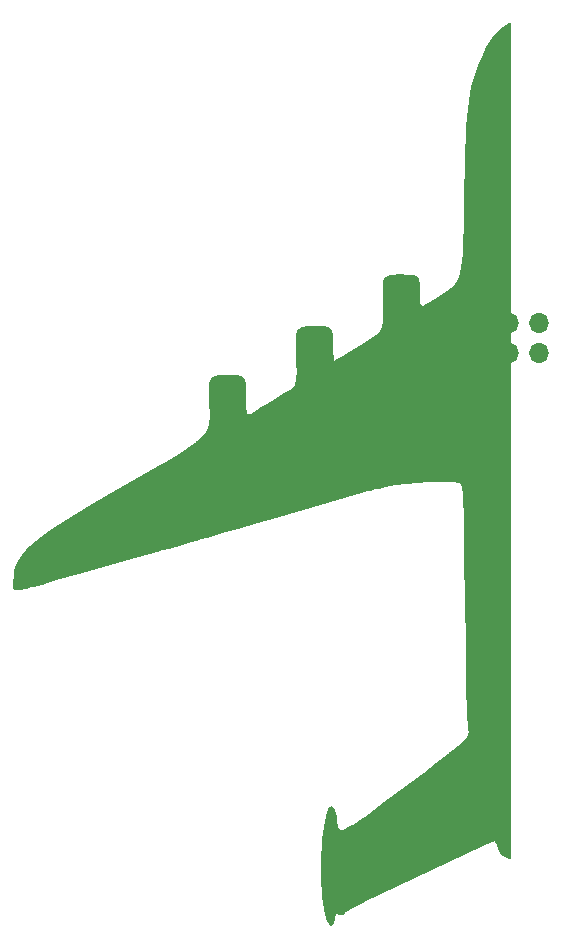
<source format=gbr>
G04 #@! TF.GenerationSoftware,KiCad,Pcbnew,(6.99.0-2452-gdb4f2d9dd8)*
G04 #@! TF.CreationDate,2022-07-29T13:50:10-05:00*
G04 #@! TF.ProjectId,an225,616e3232-352e-46b6-9963-61645f706362,rev?*
G04 #@! TF.SameCoordinates,Original*
G04 #@! TF.FileFunction,Soldermask,Bot*
G04 #@! TF.FilePolarity,Negative*
%FSLAX46Y46*%
G04 Gerber Fmt 4.6, Leading zero omitted, Abs format (unit mm)*
G04 Created by KiCad (PCBNEW (6.99.0-2452-gdb4f2d9dd8)) date 2022-07-29 13:50:10*
%MOMM*%
%LPD*%
G01*
G04 APERTURE LIST*
%ADD10C,0.150000*%
%ADD11R,1.700000X1.700000*%
%ADD12O,1.700000X1.700000*%
G04 APERTURE END LIST*
D10*
G36*
X120000000Y-116531908D02*
G01*
X119969249Y-116525393D01*
X119886654Y-116502903D01*
X119830443Y-116484287D01*
X119766703Y-116460020D01*
X119697245Y-116429551D01*
X119623881Y-116392327D01*
X119548421Y-116347795D01*
X119472677Y-116295404D01*
X119435264Y-116266089D01*
X119398458Y-116234601D01*
X119362487Y-116200873D01*
X119327577Y-116164835D01*
X119293953Y-116126418D01*
X119261843Y-116085552D01*
X119231472Y-116042170D01*
X119203068Y-115996201D01*
X119176855Y-115947577D01*
X119153062Y-115896229D01*
X119131913Y-115842088D01*
X119113637Y-115785085D01*
X119090998Y-115709006D01*
X119067384Y-115635061D01*
X119042987Y-115563632D01*
X119017996Y-115495103D01*
X118992603Y-115429855D01*
X118966999Y-115368272D01*
X118941374Y-115310737D01*
X118915920Y-115257633D01*
X118890827Y-115209343D01*
X118866287Y-115166249D01*
X118842490Y-115128734D01*
X118830929Y-115112189D01*
X118819626Y-115097182D01*
X118808605Y-115083761D01*
X118797888Y-115071975D01*
X118787501Y-115061870D01*
X118777466Y-115053495D01*
X118767808Y-115046898D01*
X118758551Y-115042127D01*
X118749718Y-115039229D01*
X118741333Y-115038252D01*
X118097223Y-115289147D01*
X116623412Y-115953007D01*
X112301426Y-117986685D01*
X108004852Y-120073407D01*
X106562806Y-120803571D01*
X105963167Y-121147292D01*
X105947218Y-121166582D01*
X105931367Y-121184768D01*
X105915609Y-121201851D01*
X105899940Y-121217830D01*
X105884355Y-121232707D01*
X105868849Y-121246482D01*
X105853418Y-121259156D01*
X105838055Y-121270730D01*
X105822757Y-121281204D01*
X105807520Y-121290579D01*
X105792337Y-121298857D01*
X105777204Y-121306037D01*
X105762117Y-121312120D01*
X105747071Y-121317107D01*
X105732060Y-121321000D01*
X105717081Y-121323797D01*
X105702128Y-121325501D01*
X105687196Y-121326112D01*
X105672281Y-121325631D01*
X105657379Y-121324058D01*
X105642483Y-121321394D01*
X105627589Y-121317639D01*
X105612694Y-121312796D01*
X105597790Y-121306863D01*
X105582875Y-121299843D01*
X105567944Y-121291735D01*
X105552990Y-121282541D01*
X105538010Y-121272261D01*
X105522999Y-121260896D01*
X105507952Y-121248446D01*
X105492864Y-121234912D01*
X105477731Y-121220296D01*
X105447853Y-121193822D01*
X105433236Y-121183475D01*
X105418828Y-121175060D01*
X105404626Y-121168584D01*
X105390626Y-121164052D01*
X105376824Y-121161467D01*
X105363215Y-121160837D01*
X105349797Y-121162166D01*
X105336565Y-121165458D01*
X105323516Y-121170721D01*
X105310644Y-121177957D01*
X105297948Y-121187173D01*
X105285422Y-121198375D01*
X105273063Y-121211566D01*
X105260867Y-121226753D01*
X105236949Y-121263132D01*
X105213636Y-121307555D01*
X105190897Y-121360063D01*
X105168701Y-121420697D01*
X105147018Y-121489498D01*
X105125816Y-121566509D01*
X105105064Y-121651770D01*
X105084732Y-121745323D01*
X105008024Y-122024429D01*
X104966647Y-122112772D01*
X104923600Y-122168852D01*
X104879143Y-122194077D01*
X104833534Y-122189855D01*
X104787032Y-122157592D01*
X104739897Y-122098698D01*
X104644765Y-121906644D01*
X104550210Y-121624954D01*
X104458305Y-121264891D01*
X104371123Y-120837715D01*
X104290739Y-120354690D01*
X104219225Y-119827077D01*
X104158654Y-119266137D01*
X104111100Y-118683132D01*
X104078635Y-118089325D01*
X104063334Y-117495977D01*
X104067270Y-116914350D01*
X104092515Y-116355705D01*
X104145498Y-115656170D01*
X104205753Y-115015879D01*
X104272400Y-114436929D01*
X104344554Y-113921413D01*
X104421332Y-113471428D01*
X104501853Y-113089068D01*
X104543241Y-112923902D01*
X104585234Y-112776429D01*
X104627720Y-112646909D01*
X104670590Y-112535605D01*
X104713734Y-112442778D01*
X104757041Y-112368691D01*
X104800400Y-112313606D01*
X104843702Y-112277784D01*
X104886835Y-112261487D01*
X104908305Y-112260742D01*
X104929691Y-112264977D01*
X104972158Y-112288516D01*
X105014125Y-112332366D01*
X105055483Y-112396789D01*
X105096122Y-112482046D01*
X105135930Y-112588400D01*
X105174798Y-112716113D01*
X105212615Y-112865445D01*
X105249271Y-113036660D01*
X105284656Y-113230019D01*
X105318658Y-113445784D01*
X105397052Y-113897993D01*
X105450293Y-114064808D01*
X105484138Y-114131599D01*
X105524217Y-114186628D01*
X105571589Y-114229384D01*
X105627317Y-114259353D01*
X105692462Y-114276023D01*
X105768085Y-114278882D01*
X105855248Y-114267416D01*
X105955012Y-114241113D01*
X106196590Y-114141945D01*
X106501311Y-113977277D01*
X106877666Y-113743009D01*
X107334147Y-113435039D01*
X107879246Y-113049266D01*
X109269264Y-112027908D01*
X111115654Y-110646124D01*
X112961353Y-109259792D01*
X113707522Y-108695305D01*
X114346537Y-108206587D01*
X114628353Y-107988294D01*
X114886371Y-107786125D01*
X115121587Y-107599142D01*
X115334998Y-107426406D01*
X115527600Y-107266977D01*
X115700391Y-107119916D01*
X115854367Y-106984284D01*
X115990525Y-106859142D01*
X116109861Y-106743551D01*
X116213373Y-106636572D01*
X116302057Y-106537265D01*
X116376909Y-106444692D01*
X116438927Y-106357913D01*
X116489107Y-106275989D01*
X116510070Y-106236554D01*
X116528446Y-106197981D01*
X116544362Y-106160152D01*
X116557941Y-106122950D01*
X116569308Y-106086257D01*
X116578588Y-106049957D01*
X116591384Y-105978062D01*
X116597326Y-105906326D01*
X116597411Y-105833811D01*
X116592635Y-105759577D01*
X116583995Y-105682685D01*
X116559109Y-105517171D01*
X116491758Y-104370121D01*
X116418613Y-101937757D01*
X116348497Y-98576850D01*
X116290233Y-94644171D01*
X116249619Y-91363680D01*
X116231049Y-90036440D01*
X116212319Y-88898459D01*
X116202585Y-88395891D01*
X116192439Y-87935178D01*
X116181759Y-87514501D01*
X116170420Y-87132040D01*
X116158299Y-86785975D01*
X116145273Y-86474486D01*
X116131217Y-86195754D01*
X116116008Y-85947958D01*
X116099523Y-85729278D01*
X116081637Y-85537896D01*
X116062228Y-85371991D01*
X116051913Y-85298024D01*
X116041171Y-85229744D01*
X116029986Y-85166923D01*
X116018343Y-85109333D01*
X116006226Y-85056749D01*
X115993620Y-85008941D01*
X115980509Y-84965683D01*
X115966878Y-84926747D01*
X115952712Y-84891905D01*
X115937994Y-84860931D01*
X115922711Y-84833596D01*
X115906845Y-84809673D01*
X115890382Y-84788935D01*
X115873306Y-84771154D01*
X115855602Y-84756103D01*
X115837254Y-84743554D01*
X115818247Y-84733280D01*
X115798566Y-84725053D01*
X115778194Y-84718645D01*
X115757117Y-84713830D01*
X115735319Y-84710380D01*
X115712784Y-84708068D01*
X115665443Y-84705945D01*
X115614972Y-84705641D01*
X115306340Y-84679224D01*
X114948657Y-84661261D01*
X114115650Y-84650000D01*
X113174979Y-84670460D01*
X112185672Y-84721240D01*
X111206757Y-84800940D01*
X110297262Y-84908161D01*
X109886992Y-84971655D01*
X109516214Y-85041504D01*
X109192304Y-85117534D01*
X108922641Y-85199568D01*
X108774484Y-85235808D01*
X108632798Y-85273271D01*
X108373525Y-85346054D01*
X108258285Y-85378470D01*
X108154206Y-85406299D01*
X108062462Y-85428088D01*
X108021582Y-85436264D01*
X107984225Y-85442385D01*
X100189320Y-87691995D01*
X98924789Y-88062718D01*
X97824071Y-88381436D01*
X97005371Y-88614191D01*
X96586894Y-88727022D01*
X96316684Y-88796897D01*
X95901673Y-88912705D01*
X95398414Y-89058343D01*
X94863455Y-89217713D01*
X94342269Y-89373256D01*
X93876516Y-89508483D01*
X93517017Y-89608884D01*
X93392994Y-89641488D01*
X93314593Y-89659944D01*
X93107461Y-89712376D01*
X92735139Y-89816505D01*
X92250408Y-89957249D01*
X91706048Y-90119530D01*
X91162527Y-90281690D01*
X90680078Y-90422100D01*
X90311133Y-90525732D01*
X90185609Y-90559060D01*
X90108124Y-90577559D01*
X88249081Y-91093508D01*
X84128622Y-92262798D01*
X81947920Y-92886558D01*
X81085494Y-93132492D01*
X80359528Y-93336855D01*
X79758404Y-93501446D01*
X79501027Y-93569387D01*
X79270503Y-93628059D01*
X79065382Y-93677685D01*
X78884209Y-93718490D01*
X78725533Y-93750700D01*
X78587902Y-93774537D01*
X78469864Y-93790227D01*
X78369966Y-93797995D01*
X78286755Y-93798064D01*
X78250954Y-93795282D01*
X78218781Y-93790660D01*
X78190053Y-93784226D01*
X78164590Y-93776007D01*
X78142209Y-93766032D01*
X78122730Y-93754329D01*
X78105971Y-93740926D01*
X78091750Y-93725851D01*
X78079885Y-93709132D01*
X78070196Y-93690797D01*
X78062500Y-93670875D01*
X78056616Y-93649393D01*
X78049559Y-93601861D01*
X78047572Y-93548428D01*
X78049203Y-93489318D01*
X78057509Y-93354962D01*
X78061280Y-93280166D01*
X78062860Y-93200591D01*
X78077568Y-92759852D01*
X78127701Y-92345731D01*
X78222274Y-91950477D01*
X78370300Y-91566339D01*
X78580795Y-91185565D01*
X78862772Y-90800404D01*
X79225246Y-90403106D01*
X79677230Y-89985918D01*
X80227741Y-89541091D01*
X80885790Y-89060873D01*
X81660394Y-88537512D01*
X82560566Y-87963258D01*
X84773671Y-86631065D01*
X87597221Y-85002286D01*
X89957475Y-83651292D01*
X90912019Y-83094730D01*
X91729948Y-82604434D01*
X92421591Y-82170636D01*
X92723283Y-81971872D01*
X92997278Y-81783569D01*
X93244867Y-81604507D01*
X93467341Y-81433466D01*
X93665991Y-81269222D01*
X93842109Y-81110557D01*
X93996985Y-80956249D01*
X94131912Y-80805076D01*
X94248179Y-80655819D01*
X94347080Y-80507256D01*
X94429904Y-80358165D01*
X94497943Y-80207327D01*
X94552489Y-80053520D01*
X94594832Y-79895523D01*
X94626264Y-79732115D01*
X94648076Y-79562076D01*
X94661560Y-79384184D01*
X94668007Y-79197218D01*
X94664953Y-78791181D01*
X94649244Y-78334198D01*
X94619489Y-77479143D01*
X94613310Y-77133199D01*
X94615710Y-76836586D01*
X94620779Y-76705593D01*
X94628774Y-76585509D01*
X94639957Y-76475860D01*
X94654588Y-76376172D01*
X94672927Y-76285970D01*
X94695236Y-76204781D01*
X94721775Y-76132130D01*
X94752804Y-76067542D01*
X94788584Y-76010544D01*
X94829376Y-75960660D01*
X94875440Y-75917417D01*
X94927038Y-75880341D01*
X94984429Y-75848956D01*
X95047874Y-75822789D01*
X95117635Y-75801365D01*
X95193971Y-75784210D01*
X95277143Y-75770850D01*
X95367412Y-75760810D01*
X95570283Y-75748794D01*
X95804670Y-75744367D01*
X96072656Y-75743734D01*
X96575222Y-75747100D01*
X96778554Y-75755095D01*
X96952891Y-75770663D01*
X97029883Y-75782076D01*
X97100464Y-75796329D01*
X97164911Y-75813739D01*
X97223503Y-75834619D01*
X97276520Y-75859286D01*
X97324239Y-75888056D01*
X97366941Y-75921243D01*
X97404903Y-75959165D01*
X97438404Y-76002135D01*
X97467724Y-76050470D01*
X97493140Y-76104486D01*
X97514932Y-76164497D01*
X97533379Y-76230819D01*
X97548759Y-76303769D01*
X97561351Y-76383661D01*
X97571434Y-76470812D01*
X97585187Y-76668150D01*
X97592250Y-76898307D01*
X97595224Y-77467178D01*
X97596806Y-78106491D01*
X97601991Y-78361051D01*
X97612957Y-78574337D01*
X97621277Y-78666001D01*
X97631844Y-78747943D01*
X97644925Y-78820365D01*
X97660789Y-78883463D01*
X97679701Y-78937439D01*
X97701931Y-78982491D01*
X97727745Y-79018818D01*
X97757409Y-79046619D01*
X97791193Y-79066094D01*
X97829363Y-79077442D01*
X97872186Y-79080862D01*
X97919929Y-79076553D01*
X97972861Y-79064715D01*
X98031248Y-79045546D01*
X98095358Y-79019246D01*
X98165458Y-78986015D01*
X98324697Y-78899552D01*
X98511105Y-78787752D01*
X98973980Y-78494514D01*
X99457297Y-78189872D01*
X100008844Y-77848282D01*
X100560672Y-77511520D01*
X101044830Y-77221361D01*
X101386880Y-77014083D01*
X101524939Y-76920598D01*
X101642879Y-76827803D01*
X101742092Y-76731135D01*
X101823973Y-76626034D01*
X101858850Y-76568896D01*
X101889915Y-76507939D01*
X101941311Y-76372290D01*
X101979554Y-76214525D01*
X102006038Y-76030084D01*
X102022156Y-75814406D01*
X102029302Y-75562929D01*
X102028869Y-75271094D01*
X102022249Y-74934339D01*
X101996026Y-74107826D01*
X101970744Y-73282512D01*
X101966361Y-72948602D01*
X101970284Y-72662306D01*
X101976016Y-72535868D01*
X101984612Y-72419961D01*
X101996334Y-72314126D01*
X102011445Y-72217906D01*
X102030207Y-72130842D01*
X102052883Y-72052477D01*
X102079735Y-71982352D01*
X102111025Y-71920011D01*
X102147017Y-71864995D01*
X102187972Y-71816847D01*
X102234154Y-71775108D01*
X102285824Y-71739321D01*
X102343245Y-71709028D01*
X102406680Y-71683771D01*
X102476391Y-71663093D01*
X102552640Y-71646534D01*
X102635690Y-71633639D01*
X102725804Y-71623948D01*
X102928272Y-71612350D01*
X103162143Y-71608077D01*
X103429518Y-71607466D01*
X103930930Y-71610421D01*
X104133794Y-71617438D01*
X104307731Y-71631104D01*
X104384546Y-71641122D01*
X104454965Y-71653633D01*
X104519264Y-71668915D01*
X104577722Y-71687243D01*
X104630616Y-71708895D01*
X104678226Y-71734149D01*
X104720830Y-71763280D01*
X104758705Y-71796566D01*
X104792129Y-71834285D01*
X104821381Y-71876712D01*
X104846739Y-71924126D01*
X104868481Y-71976803D01*
X104886885Y-72035019D01*
X104902230Y-72099053D01*
X104914793Y-72169181D01*
X104924853Y-72245679D01*
X104938575Y-72418898D01*
X104945621Y-72620925D01*
X104948588Y-73120268D01*
X104949579Y-73273976D01*
X104952488Y-73422595D01*
X104957215Y-73565387D01*
X104963664Y-73701617D01*
X104971735Y-73830548D01*
X104981332Y-73951444D01*
X104992357Y-74063568D01*
X105004710Y-74166184D01*
X105018295Y-74258557D01*
X105033014Y-74339948D01*
X105048768Y-74409623D01*
X105065460Y-74466844D01*
X105074127Y-74490555D01*
X105082992Y-74510876D01*
X105092042Y-74527716D01*
X105101265Y-74540982D01*
X105110649Y-74550583D01*
X105120182Y-74556426D01*
X105129852Y-74558420D01*
X105139645Y-74556471D01*
X105219853Y-74515625D01*
X105375540Y-74428301D01*
X105876595Y-74135946D01*
X106569295Y-73722850D01*
X107380124Y-73232456D01*
X108056438Y-72816079D01*
X108329764Y-72638491D01*
X108563719Y-72474235D01*
X108761189Y-72318008D01*
X108847145Y-72241249D01*
X108925063Y-72164510D01*
X108995303Y-72087127D01*
X109058227Y-72008438D01*
X109114195Y-71927780D01*
X109163569Y-71844491D01*
X109206709Y-71757908D01*
X109243976Y-71667367D01*
X109275731Y-71572208D01*
X109302335Y-71471766D01*
X109324149Y-71365379D01*
X109341534Y-71252384D01*
X109364461Y-71003921D01*
X109374001Y-70721076D01*
X109373043Y-70398545D01*
X109351181Y-69613223D01*
X109328271Y-68830339D01*
X109324831Y-68513595D01*
X109329539Y-68242018D01*
X109335606Y-68122081D01*
X109344499Y-68012132D01*
X109356481Y-67911738D01*
X109371815Y-67820464D01*
X109390764Y-67737876D01*
X109413590Y-67663540D01*
X109440558Y-67597021D01*
X109471929Y-67537885D01*
X109507967Y-67485697D01*
X109548935Y-67440024D01*
X109595096Y-67400431D01*
X109646713Y-67366484D01*
X109704048Y-67337748D01*
X109767365Y-67313790D01*
X109836926Y-67294174D01*
X109912996Y-67278468D01*
X109995836Y-67266235D01*
X110085709Y-67257042D01*
X110287609Y-67246040D01*
X110520799Y-67241987D01*
X110787382Y-67241408D01*
X111287307Y-67244101D01*
X111489570Y-67250496D01*
X111662991Y-67262951D01*
X111739579Y-67272082D01*
X111809788Y-67283484D01*
X111873897Y-67297412D01*
X111932181Y-67314116D01*
X111984919Y-67333850D01*
X112032388Y-67356865D01*
X112074865Y-67383416D01*
X112112628Y-67413753D01*
X112145953Y-67448129D01*
X112175118Y-67486797D01*
X112200401Y-67530009D01*
X112222079Y-67578019D01*
X112240428Y-67631077D01*
X112255727Y-67689437D01*
X112268253Y-67753351D01*
X112278283Y-67823071D01*
X112291965Y-67980941D01*
X112298990Y-68165067D01*
X112301948Y-68620165D01*
X112302192Y-69158528D01*
X112307650Y-69370676D01*
X112321249Y-69545356D01*
X112332174Y-69618775D01*
X112346423Y-69682982D01*
X112364424Y-69738031D01*
X112386608Y-69783972D01*
X112413405Y-69820857D01*
X112445242Y-69848739D01*
X112482551Y-69867670D01*
X112525760Y-69877700D01*
X112575300Y-69878883D01*
X112631599Y-69871270D01*
X112695087Y-69854913D01*
X112766194Y-69829864D01*
X112932983Y-69753898D01*
X113135400Y-69643787D01*
X113376882Y-69499947D01*
X113660866Y-69322794D01*
X114370083Y-68870207D01*
X114939216Y-68492715D01*
X115169993Y-68311777D01*
X115368539Y-68119577D01*
X115537574Y-67903767D01*
X115679819Y-67651996D01*
X115797993Y-67351915D01*
X115894818Y-66991175D01*
X115973013Y-66557425D01*
X116035300Y-66038316D01*
X116084400Y-65421499D01*
X116123031Y-64694624D01*
X116179775Y-62861302D01*
X116227295Y-60439552D01*
X116285413Y-57755144D01*
X116319871Y-56617661D01*
X116360261Y-55600010D01*
X116408336Y-54689703D01*
X116465847Y-53874255D01*
X116534545Y-53141178D01*
X116616180Y-52477986D01*
X116712505Y-51872193D01*
X116825270Y-51311311D01*
X116956226Y-50782854D01*
X117107124Y-50274335D01*
X117279716Y-49773268D01*
X117475752Y-49267166D01*
X117696984Y-48743542D01*
X117945163Y-48189909D01*
X118013243Y-48047434D01*
X118084717Y-47909483D01*
X118159219Y-47776055D01*
X118236386Y-47647149D01*
X118315853Y-47522767D01*
X118397256Y-47402908D01*
X118480230Y-47287571D01*
X118564413Y-47176758D01*
X118649438Y-47070467D01*
X118734943Y-46968700D01*
X118820562Y-46871456D01*
X118905932Y-46778734D01*
X119074466Y-46606860D01*
X119237632Y-46453078D01*
X119392514Y-46317389D01*
X119536200Y-46199791D01*
X119665775Y-46100285D01*
X119778325Y-46018871D01*
X119940696Y-45910319D01*
X120000000Y-45874135D01*
X120000000Y-116531908D01*
G37*
X120000000Y-116531908D02*
X119969249Y-116525393D01*
X119886654Y-116502903D01*
X119830443Y-116484287D01*
X119766703Y-116460020D01*
X119697245Y-116429551D01*
X119623881Y-116392327D01*
X119548421Y-116347795D01*
X119472677Y-116295404D01*
X119435264Y-116266089D01*
X119398458Y-116234601D01*
X119362487Y-116200873D01*
X119327577Y-116164835D01*
X119293953Y-116126418D01*
X119261843Y-116085552D01*
X119231472Y-116042170D01*
X119203068Y-115996201D01*
X119176855Y-115947577D01*
X119153062Y-115896229D01*
X119131913Y-115842088D01*
X119113637Y-115785085D01*
X119090998Y-115709006D01*
X119067384Y-115635061D01*
X119042987Y-115563632D01*
X119017996Y-115495103D01*
X118992603Y-115429855D01*
X118966999Y-115368272D01*
X118941374Y-115310737D01*
X118915920Y-115257633D01*
X118890827Y-115209343D01*
X118866287Y-115166249D01*
X118842490Y-115128734D01*
X118830929Y-115112189D01*
X118819626Y-115097182D01*
X118808605Y-115083761D01*
X118797888Y-115071975D01*
X118787501Y-115061870D01*
X118777466Y-115053495D01*
X118767808Y-115046898D01*
X118758551Y-115042127D01*
X118749718Y-115039229D01*
X118741333Y-115038252D01*
X118097223Y-115289147D01*
X116623412Y-115953007D01*
X112301426Y-117986685D01*
X108004852Y-120073407D01*
X106562806Y-120803571D01*
X105963167Y-121147292D01*
X105947218Y-121166582D01*
X105931367Y-121184768D01*
X105915609Y-121201851D01*
X105899940Y-121217830D01*
X105884355Y-121232707D01*
X105868849Y-121246482D01*
X105853418Y-121259156D01*
X105838055Y-121270730D01*
X105822757Y-121281204D01*
X105807520Y-121290579D01*
X105792337Y-121298857D01*
X105777204Y-121306037D01*
X105762117Y-121312120D01*
X105747071Y-121317107D01*
X105732060Y-121321000D01*
X105717081Y-121323797D01*
X105702128Y-121325501D01*
X105687196Y-121326112D01*
X105672281Y-121325631D01*
X105657379Y-121324058D01*
X105642483Y-121321394D01*
X105627589Y-121317639D01*
X105612694Y-121312796D01*
X105597790Y-121306863D01*
X105582875Y-121299843D01*
X105567944Y-121291735D01*
X105552990Y-121282541D01*
X105538010Y-121272261D01*
X105522999Y-121260896D01*
X105507952Y-121248446D01*
X105492864Y-121234912D01*
X105477731Y-121220296D01*
X105447853Y-121193822D01*
X105433236Y-121183475D01*
X105418828Y-121175060D01*
X105404626Y-121168584D01*
X105390626Y-121164052D01*
X105376824Y-121161467D01*
X105363215Y-121160837D01*
X105349797Y-121162166D01*
X105336565Y-121165458D01*
X105323516Y-121170721D01*
X105310644Y-121177957D01*
X105297948Y-121187173D01*
X105285422Y-121198375D01*
X105273063Y-121211566D01*
X105260867Y-121226753D01*
X105236949Y-121263132D01*
X105213636Y-121307555D01*
X105190897Y-121360063D01*
X105168701Y-121420697D01*
X105147018Y-121489498D01*
X105125816Y-121566509D01*
X105105064Y-121651770D01*
X105084732Y-121745323D01*
X105008024Y-122024429D01*
X104966647Y-122112772D01*
X104923600Y-122168852D01*
X104879143Y-122194077D01*
X104833534Y-122189855D01*
X104787032Y-122157592D01*
X104739897Y-122098698D01*
X104644765Y-121906644D01*
X104550210Y-121624954D01*
X104458305Y-121264891D01*
X104371123Y-120837715D01*
X104290739Y-120354690D01*
X104219225Y-119827077D01*
X104158654Y-119266137D01*
X104111100Y-118683132D01*
X104078635Y-118089325D01*
X104063334Y-117495977D01*
X104067270Y-116914350D01*
X104092515Y-116355705D01*
X104145498Y-115656170D01*
X104205753Y-115015879D01*
X104272400Y-114436929D01*
X104344554Y-113921413D01*
X104421332Y-113471428D01*
X104501853Y-113089068D01*
X104543241Y-112923902D01*
X104585234Y-112776429D01*
X104627720Y-112646909D01*
X104670590Y-112535605D01*
X104713734Y-112442778D01*
X104757041Y-112368691D01*
X104800400Y-112313606D01*
X104843702Y-112277784D01*
X104886835Y-112261487D01*
X104908305Y-112260742D01*
X104929691Y-112264977D01*
X104972158Y-112288516D01*
X105014125Y-112332366D01*
X105055483Y-112396789D01*
X105096122Y-112482046D01*
X105135930Y-112588400D01*
X105174798Y-112716113D01*
X105212615Y-112865445D01*
X105249271Y-113036660D01*
X105284656Y-113230019D01*
X105318658Y-113445784D01*
X105397052Y-113897993D01*
X105450293Y-114064808D01*
X105484138Y-114131599D01*
X105524217Y-114186628D01*
X105571589Y-114229384D01*
X105627317Y-114259353D01*
X105692462Y-114276023D01*
X105768085Y-114278882D01*
X105855248Y-114267416D01*
X105955012Y-114241113D01*
X106196590Y-114141945D01*
X106501311Y-113977277D01*
X106877666Y-113743009D01*
X107334147Y-113435039D01*
X107879246Y-113049266D01*
X109269264Y-112027908D01*
X111115654Y-110646124D01*
X112961353Y-109259792D01*
X113707522Y-108695305D01*
X114346537Y-108206587D01*
X114628353Y-107988294D01*
X114886371Y-107786125D01*
X115121587Y-107599142D01*
X115334998Y-107426406D01*
X115527600Y-107266977D01*
X115700391Y-107119916D01*
X115854367Y-106984284D01*
X115990525Y-106859142D01*
X116109861Y-106743551D01*
X116213373Y-106636572D01*
X116302057Y-106537265D01*
X116376909Y-106444692D01*
X116438927Y-106357913D01*
X116489107Y-106275989D01*
X116510070Y-106236554D01*
X116528446Y-106197981D01*
X116544362Y-106160152D01*
X116557941Y-106122950D01*
X116569308Y-106086257D01*
X116578588Y-106049957D01*
X116591384Y-105978062D01*
X116597326Y-105906326D01*
X116597411Y-105833811D01*
X116592635Y-105759577D01*
X116583995Y-105682685D01*
X116559109Y-105517171D01*
X116491758Y-104370121D01*
X116418613Y-101937757D01*
X116348497Y-98576850D01*
X116290233Y-94644171D01*
X116249619Y-91363680D01*
X116231049Y-90036440D01*
X116212319Y-88898459D01*
X116202585Y-88395891D01*
X116192439Y-87935178D01*
X116181759Y-87514501D01*
X116170420Y-87132040D01*
X116158299Y-86785975D01*
X116145273Y-86474486D01*
X116131217Y-86195754D01*
X116116008Y-85947958D01*
X116099523Y-85729278D01*
X116081637Y-85537896D01*
X116062228Y-85371991D01*
X116051913Y-85298024D01*
X116041171Y-85229744D01*
X116029986Y-85166923D01*
X116018343Y-85109333D01*
X116006226Y-85056749D01*
X115993620Y-85008941D01*
X115980509Y-84965683D01*
X115966878Y-84926747D01*
X115952712Y-84891905D01*
X115937994Y-84860931D01*
X115922711Y-84833596D01*
X115906845Y-84809673D01*
X115890382Y-84788935D01*
X115873306Y-84771154D01*
X115855602Y-84756103D01*
X115837254Y-84743554D01*
X115818247Y-84733280D01*
X115798566Y-84725053D01*
X115778194Y-84718645D01*
X115757117Y-84713830D01*
X115735319Y-84710380D01*
X115712784Y-84708068D01*
X115665443Y-84705945D01*
X115614972Y-84705641D01*
X115306340Y-84679224D01*
X114948657Y-84661261D01*
X114115650Y-84650000D01*
X113174979Y-84670460D01*
X112185672Y-84721240D01*
X111206757Y-84800940D01*
X110297262Y-84908161D01*
X109886992Y-84971655D01*
X109516214Y-85041504D01*
X109192304Y-85117534D01*
X108922641Y-85199568D01*
X108774484Y-85235808D01*
X108632798Y-85273271D01*
X108373525Y-85346054D01*
X108258285Y-85378470D01*
X108154206Y-85406299D01*
X108062462Y-85428088D01*
X108021582Y-85436264D01*
X107984225Y-85442385D01*
X100189320Y-87691995D01*
X98924789Y-88062718D01*
X97824071Y-88381436D01*
X97005371Y-88614191D01*
X96586894Y-88727022D01*
X96316684Y-88796897D01*
X95901673Y-88912705D01*
X95398414Y-89058343D01*
X94863455Y-89217713D01*
X94342269Y-89373256D01*
X93876516Y-89508483D01*
X93517017Y-89608884D01*
X93392994Y-89641488D01*
X93314593Y-89659944D01*
X93107461Y-89712376D01*
X92735139Y-89816505D01*
X92250408Y-89957249D01*
X91706048Y-90119530D01*
X91162527Y-90281690D01*
X90680078Y-90422100D01*
X90311133Y-90525732D01*
X90185609Y-90559060D01*
X90108124Y-90577559D01*
X88249081Y-91093508D01*
X84128622Y-92262798D01*
X81947920Y-92886558D01*
X81085494Y-93132492D01*
X80359528Y-93336855D01*
X79758404Y-93501446D01*
X79501027Y-93569387D01*
X79270503Y-93628059D01*
X79065382Y-93677685D01*
X78884209Y-93718490D01*
X78725533Y-93750700D01*
X78587902Y-93774537D01*
X78469864Y-93790227D01*
X78369966Y-93797995D01*
X78286755Y-93798064D01*
X78250954Y-93795282D01*
X78218781Y-93790660D01*
X78190053Y-93784226D01*
X78164590Y-93776007D01*
X78142209Y-93766032D01*
X78122730Y-93754329D01*
X78105971Y-93740926D01*
X78091750Y-93725851D01*
X78079885Y-93709132D01*
X78070196Y-93690797D01*
X78062500Y-93670875D01*
X78056616Y-93649393D01*
X78049559Y-93601861D01*
X78047572Y-93548428D01*
X78049203Y-93489318D01*
X78057509Y-93354962D01*
X78061280Y-93280166D01*
X78062860Y-93200591D01*
X78077568Y-92759852D01*
X78127701Y-92345731D01*
X78222274Y-91950477D01*
X78370300Y-91566339D01*
X78580795Y-91185565D01*
X78862772Y-90800404D01*
X79225246Y-90403106D01*
X79677230Y-89985918D01*
X80227741Y-89541091D01*
X80885790Y-89060873D01*
X81660394Y-88537512D01*
X82560566Y-87963258D01*
X84773671Y-86631065D01*
X87597221Y-85002286D01*
X89957475Y-83651292D01*
X90912019Y-83094730D01*
X91729948Y-82604434D01*
X92421591Y-82170636D01*
X92723283Y-81971872D01*
X92997278Y-81783569D01*
X93244867Y-81604507D01*
X93467341Y-81433466D01*
X93665991Y-81269222D01*
X93842109Y-81110557D01*
X93996985Y-80956249D01*
X94131912Y-80805076D01*
X94248179Y-80655819D01*
X94347080Y-80507256D01*
X94429904Y-80358165D01*
X94497943Y-80207327D01*
X94552489Y-80053520D01*
X94594832Y-79895523D01*
X94626264Y-79732115D01*
X94648076Y-79562076D01*
X94661560Y-79384184D01*
X94668007Y-79197218D01*
X94664953Y-78791181D01*
X94649244Y-78334198D01*
X94619489Y-77479143D01*
X94613310Y-77133199D01*
X94615710Y-76836586D01*
X94620779Y-76705593D01*
X94628774Y-76585509D01*
X94639957Y-76475860D01*
X94654588Y-76376172D01*
X94672927Y-76285970D01*
X94695236Y-76204781D01*
X94721775Y-76132130D01*
X94752804Y-76067542D01*
X94788584Y-76010544D01*
X94829376Y-75960660D01*
X94875440Y-75917417D01*
X94927038Y-75880341D01*
X94984429Y-75848956D01*
X95047874Y-75822789D01*
X95117635Y-75801365D01*
X95193971Y-75784210D01*
X95277143Y-75770850D01*
X95367412Y-75760810D01*
X95570283Y-75748794D01*
X95804670Y-75744367D01*
X96072656Y-75743734D01*
X96575222Y-75747100D01*
X96778554Y-75755095D01*
X96952891Y-75770663D01*
X97029883Y-75782076D01*
X97100464Y-75796329D01*
X97164911Y-75813739D01*
X97223503Y-75834619D01*
X97276520Y-75859286D01*
X97324239Y-75888056D01*
X97366941Y-75921243D01*
X97404903Y-75959165D01*
X97438404Y-76002135D01*
X97467724Y-76050470D01*
X97493140Y-76104486D01*
X97514932Y-76164497D01*
X97533379Y-76230819D01*
X97548759Y-76303769D01*
X97561351Y-76383661D01*
X97571434Y-76470812D01*
X97585187Y-76668150D01*
X97592250Y-76898307D01*
X97595224Y-77467178D01*
X97596806Y-78106491D01*
X97601991Y-78361051D01*
X97612957Y-78574337D01*
X97621277Y-78666001D01*
X97631844Y-78747943D01*
X97644925Y-78820365D01*
X97660789Y-78883463D01*
X97679701Y-78937439D01*
X97701931Y-78982491D01*
X97727745Y-79018818D01*
X97757409Y-79046619D01*
X97791193Y-79066094D01*
X97829363Y-79077442D01*
X97872186Y-79080862D01*
X97919929Y-79076553D01*
X97972861Y-79064715D01*
X98031248Y-79045546D01*
X98095358Y-79019246D01*
X98165458Y-78986015D01*
X98324697Y-78899552D01*
X98511105Y-78787752D01*
X98973980Y-78494514D01*
X99457297Y-78189872D01*
X100008844Y-77848282D01*
X100560672Y-77511520D01*
X101044830Y-77221361D01*
X101386880Y-77014083D01*
X101524939Y-76920598D01*
X101642879Y-76827803D01*
X101742092Y-76731135D01*
X101823973Y-76626034D01*
X101858850Y-76568896D01*
X101889915Y-76507939D01*
X101941311Y-76372290D01*
X101979554Y-76214525D01*
X102006038Y-76030084D01*
X102022156Y-75814406D01*
X102029302Y-75562929D01*
X102028869Y-75271094D01*
X102022249Y-74934339D01*
X101996026Y-74107826D01*
X101970744Y-73282512D01*
X101966361Y-72948602D01*
X101970284Y-72662306D01*
X101976016Y-72535868D01*
X101984612Y-72419961D01*
X101996334Y-72314126D01*
X102011445Y-72217906D01*
X102030207Y-72130842D01*
X102052883Y-72052477D01*
X102079735Y-71982352D01*
X102111025Y-71920011D01*
X102147017Y-71864995D01*
X102187972Y-71816847D01*
X102234154Y-71775108D01*
X102285824Y-71739321D01*
X102343245Y-71709028D01*
X102406680Y-71683771D01*
X102476391Y-71663093D01*
X102552640Y-71646534D01*
X102635690Y-71633639D01*
X102725804Y-71623948D01*
X102928272Y-71612350D01*
X103162143Y-71608077D01*
X103429518Y-71607466D01*
X103930930Y-71610421D01*
X104133794Y-71617438D01*
X104307731Y-71631104D01*
X104384546Y-71641122D01*
X104454965Y-71653633D01*
X104519264Y-71668915D01*
X104577722Y-71687243D01*
X104630616Y-71708895D01*
X104678226Y-71734149D01*
X104720830Y-71763280D01*
X104758705Y-71796566D01*
X104792129Y-71834285D01*
X104821381Y-71876712D01*
X104846739Y-71924126D01*
X104868481Y-71976803D01*
X104886885Y-72035019D01*
X104902230Y-72099053D01*
X104914793Y-72169181D01*
X104924853Y-72245679D01*
X104938575Y-72418898D01*
X104945621Y-72620925D01*
X104948588Y-73120268D01*
X104949579Y-73273976D01*
X104952488Y-73422595D01*
X104957215Y-73565387D01*
X104963664Y-73701617D01*
X104971735Y-73830548D01*
X104981332Y-73951444D01*
X104992357Y-74063568D01*
X105004710Y-74166184D01*
X105018295Y-74258557D01*
X105033014Y-74339948D01*
X105048768Y-74409623D01*
X105065460Y-74466844D01*
X105074127Y-74490555D01*
X105082992Y-74510876D01*
X105092042Y-74527716D01*
X105101265Y-74540982D01*
X105110649Y-74550583D01*
X105120182Y-74556426D01*
X105129852Y-74558420D01*
X105139645Y-74556471D01*
X105219853Y-74515625D01*
X105375540Y-74428301D01*
X105876595Y-74135946D01*
X106569295Y-73722850D01*
X107380124Y-73232456D01*
X108056438Y-72816079D01*
X108329764Y-72638491D01*
X108563719Y-72474235D01*
X108761189Y-72318008D01*
X108847145Y-72241249D01*
X108925063Y-72164510D01*
X108995303Y-72087127D01*
X109058227Y-72008438D01*
X109114195Y-71927780D01*
X109163569Y-71844491D01*
X109206709Y-71757908D01*
X109243976Y-71667367D01*
X109275731Y-71572208D01*
X109302335Y-71471766D01*
X109324149Y-71365379D01*
X109341534Y-71252384D01*
X109364461Y-71003921D01*
X109374001Y-70721076D01*
X109373043Y-70398545D01*
X109351181Y-69613223D01*
X109328271Y-68830339D01*
X109324831Y-68513595D01*
X109329539Y-68242018D01*
X109335606Y-68122081D01*
X109344499Y-68012132D01*
X109356481Y-67911738D01*
X109371815Y-67820464D01*
X109390764Y-67737876D01*
X109413590Y-67663540D01*
X109440558Y-67597021D01*
X109471929Y-67537885D01*
X109507967Y-67485697D01*
X109548935Y-67440024D01*
X109595096Y-67400431D01*
X109646713Y-67366484D01*
X109704048Y-67337748D01*
X109767365Y-67313790D01*
X109836926Y-67294174D01*
X109912996Y-67278468D01*
X109995836Y-67266235D01*
X110085709Y-67257042D01*
X110287609Y-67246040D01*
X110520799Y-67241987D01*
X110787382Y-67241408D01*
X111287307Y-67244101D01*
X111489570Y-67250496D01*
X111662991Y-67262951D01*
X111739579Y-67272082D01*
X111809788Y-67283484D01*
X111873897Y-67297412D01*
X111932181Y-67314116D01*
X111984919Y-67333850D01*
X112032388Y-67356865D01*
X112074865Y-67383416D01*
X112112628Y-67413753D01*
X112145953Y-67448129D01*
X112175118Y-67486797D01*
X112200401Y-67530009D01*
X112222079Y-67578019D01*
X112240428Y-67631077D01*
X112255727Y-67689437D01*
X112268253Y-67753351D01*
X112278283Y-67823071D01*
X112291965Y-67980941D01*
X112298990Y-68165067D01*
X112301948Y-68620165D01*
X112302192Y-69158528D01*
X112307650Y-69370676D01*
X112321249Y-69545356D01*
X112332174Y-69618775D01*
X112346423Y-69682982D01*
X112364424Y-69738031D01*
X112386608Y-69783972D01*
X112413405Y-69820857D01*
X112445242Y-69848739D01*
X112482551Y-69867670D01*
X112525760Y-69877700D01*
X112575300Y-69878883D01*
X112631599Y-69871270D01*
X112695087Y-69854913D01*
X112766194Y-69829864D01*
X112932983Y-69753898D01*
X113135400Y-69643787D01*
X113376882Y-69499947D01*
X113660866Y-69322794D01*
X114370083Y-68870207D01*
X114939216Y-68492715D01*
X115169993Y-68311777D01*
X115368539Y-68119577D01*
X115537574Y-67903767D01*
X115679819Y-67651996D01*
X115797993Y-67351915D01*
X115894818Y-66991175D01*
X115973013Y-66557425D01*
X116035300Y-66038316D01*
X116084400Y-65421499D01*
X116123031Y-64694624D01*
X116179775Y-62861302D01*
X116227295Y-60439552D01*
X116285413Y-57755144D01*
X116319871Y-56617661D01*
X116360261Y-55600010D01*
X116408336Y-54689703D01*
X116465847Y-53874255D01*
X116534545Y-53141178D01*
X116616180Y-52477986D01*
X116712505Y-51872193D01*
X116825270Y-51311311D01*
X116956226Y-50782854D01*
X117107124Y-50274335D01*
X117279716Y-49773268D01*
X117475752Y-49267166D01*
X117696984Y-48743542D01*
X117945163Y-48189909D01*
X118013243Y-48047434D01*
X118084717Y-47909483D01*
X118159219Y-47776055D01*
X118236386Y-47647149D01*
X118315853Y-47522767D01*
X118397256Y-47402908D01*
X118480230Y-47287571D01*
X118564413Y-47176758D01*
X118649438Y-47070467D01*
X118734943Y-46968700D01*
X118820562Y-46871456D01*
X118905932Y-46778734D01*
X119074466Y-46606860D01*
X119237632Y-46453078D01*
X119392514Y-46317389D01*
X119536200Y-46199791D01*
X119665775Y-46100285D01*
X119778325Y-46018871D01*
X119940696Y-45910319D01*
X120000000Y-45874135D01*
X120000000Y-116531908D01*
D11*
X117374999Y-71224999D03*
D12*
X117374999Y-73764999D03*
X119914999Y-71224999D03*
X119914999Y-73764999D03*
X122454999Y-71224999D03*
X122454999Y-73764999D03*
M02*

</source>
